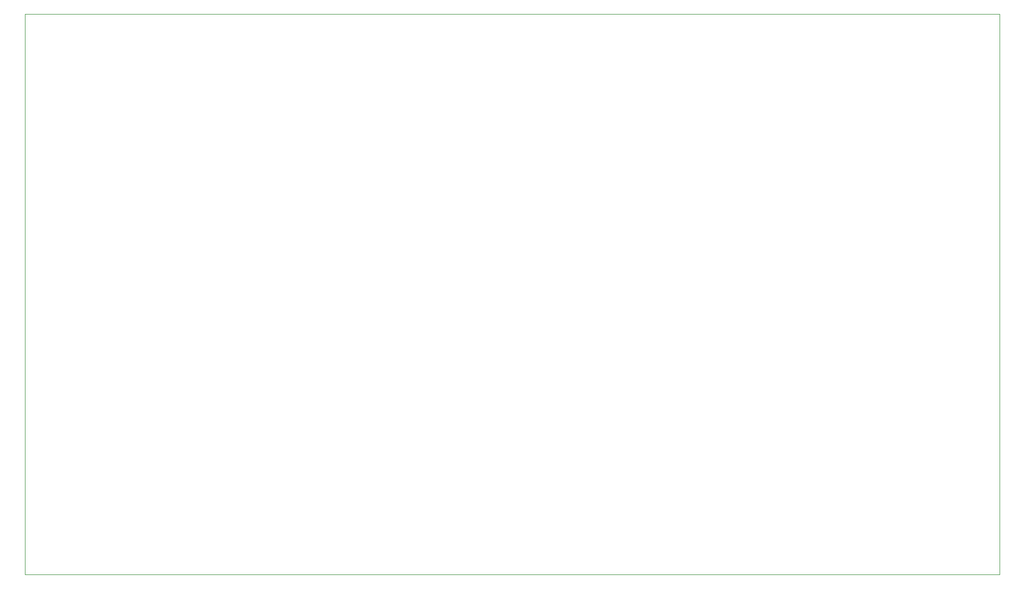
<source format=gbr>
%TF.GenerationSoftware,KiCad,Pcbnew,7.0.7*%
%TF.CreationDate,2024-06-12T19:49:10-05:00*%
%TF.ProjectId,Nabu_MEGAMAPPER,4e616275-5f4d-4454-9741-4d4150504552,rev?*%
%TF.SameCoordinates,Original*%
%TF.FileFunction,Profile,NP*%
%FSLAX46Y46*%
G04 Gerber Fmt 4.6, Leading zero omitted, Abs format (unit mm)*
G04 Created by KiCad (PCBNEW 7.0.7) date 2024-06-12 19:49:10*
%MOMM*%
%LPD*%
G01*
G04 APERTURE LIST*
%TA.AperFunction,Profile*%
%ADD10C,0.100000*%
%TD*%
G04 APERTURE END LIST*
D10*
X69850000Y-59055000D02*
X228600000Y-59055000D01*
X228600000Y-150495000D01*
X69850000Y-150495000D01*
X69850000Y-59055000D01*
M02*

</source>
